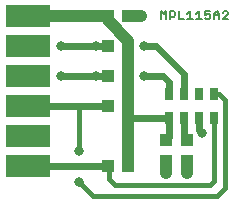
<source format=gtl>
G75*
%MOIN*%
%OFA0B0*%
%FSLAX25Y25*%
%IPPOS*%
%LPD*%
%AMOC8*
5,1,8,0,0,1.08239X$1,22.5*
%
%ADD10C,0.00500*%
%ADD11R,0.04252X0.04134*%
%ADD12R,0.04134X0.04252*%
%ADD13R,0.15000X0.07600*%
%ADD14R,0.02500X0.04000*%
%ADD15R,0.03937X0.04331*%
%ADD16C,0.03175*%
%ADD17C,0.04000*%
%ADD18C,0.02400*%
%ADD19C,0.01600*%
D10*
X0064750Y0065811D02*
X0064750Y0068513D01*
X0065651Y0067612D01*
X0066552Y0068513D01*
X0066552Y0065811D01*
X0067697Y0065811D02*
X0067697Y0068513D01*
X0069048Y0068513D01*
X0069498Y0068063D01*
X0069498Y0067162D01*
X0069048Y0066711D01*
X0067697Y0066711D01*
X0070643Y0065811D02*
X0072445Y0065811D01*
X0073590Y0065811D02*
X0075391Y0065811D01*
X0074490Y0065811D02*
X0074490Y0068513D01*
X0073590Y0067612D01*
X0076536Y0067612D02*
X0077437Y0068513D01*
X0077437Y0065811D01*
X0076536Y0065811D02*
X0078338Y0065811D01*
X0079483Y0066261D02*
X0079933Y0065811D01*
X0080834Y0065811D01*
X0081284Y0066261D01*
X0081284Y0067162D01*
X0080834Y0067612D01*
X0080383Y0067612D01*
X0079483Y0067162D01*
X0079483Y0068513D01*
X0081284Y0068513D01*
X0082429Y0067612D02*
X0083330Y0068513D01*
X0084231Y0067612D01*
X0084231Y0065811D01*
X0085376Y0065811D02*
X0087177Y0067612D01*
X0087177Y0068063D01*
X0086727Y0068513D01*
X0085826Y0068513D01*
X0085376Y0068063D01*
X0084231Y0067162D02*
X0082429Y0067162D01*
X0082429Y0067612D02*
X0082429Y0065811D01*
X0085376Y0065811D02*
X0087177Y0065811D01*
X0070643Y0065811D02*
X0070643Y0068513D01*
D11*
X0073500Y0025506D03*
X0066500Y0025506D03*
X0066500Y0018616D03*
X0073500Y0018616D03*
D12*
X0053945Y0067061D03*
X0047055Y0067061D03*
D13*
X0020500Y0017061D03*
X0020500Y0027061D03*
X0020500Y0037061D03*
X0020500Y0047061D03*
X0020500Y0057061D03*
X0020500Y0067061D03*
D14*
X0067500Y0041061D03*
X0072500Y0041061D03*
X0077500Y0041061D03*
X0082500Y0041061D03*
X0082500Y0033061D03*
X0077500Y0033061D03*
X0072500Y0033061D03*
X0067500Y0033061D03*
D15*
X0053846Y0037061D03*
X0047154Y0037061D03*
X0047154Y0047061D03*
X0053846Y0047061D03*
X0053846Y0057061D03*
X0047154Y0057061D03*
X0047154Y0017061D03*
X0053846Y0017061D03*
D16*
X0066500Y0014561D03*
X0073500Y0014561D03*
X0078500Y0028061D03*
X0059000Y0047061D03*
X0059000Y0057061D03*
X0058000Y0067061D03*
X0043000Y0057061D03*
X0031500Y0057061D03*
X0031500Y0047061D03*
X0043000Y0047061D03*
X0037500Y0022061D03*
X0037500Y0011561D03*
D17*
X0053846Y0017061D02*
X0053846Y0033061D01*
X0053846Y0037061D01*
X0053846Y0047061D01*
X0053846Y0057061D01*
X0053846Y0058714D01*
X0047055Y0065506D01*
X0047055Y0067061D01*
X0020500Y0067061D01*
X0053945Y0067061D02*
X0058000Y0067061D01*
X0066500Y0018616D02*
X0066500Y0014561D01*
X0073500Y0014561D02*
X0073500Y0018616D01*
D18*
X0072500Y0026506D02*
X0072500Y0033061D01*
X0077500Y0033061D02*
X0077500Y0029061D01*
X0078500Y0028061D01*
X0067500Y0026506D02*
X0067500Y0033061D01*
X0053846Y0033061D01*
X0047154Y0037061D02*
X0037000Y0037061D01*
X0020500Y0037061D01*
X0031500Y0047061D02*
X0043000Y0047061D01*
X0047154Y0047061D01*
X0059000Y0047061D02*
X0065500Y0047061D01*
X0067500Y0045061D01*
X0067500Y0041061D01*
X0072500Y0041061D02*
X0072500Y0047561D01*
X0063000Y0057061D01*
X0059000Y0057061D01*
X0047154Y0057061D02*
X0043000Y0057061D01*
X0031500Y0057061D01*
X0020500Y0017061D02*
X0047154Y0017061D01*
D19*
X0047500Y0016714D01*
X0047500Y0012561D01*
X0049500Y0010561D01*
X0081000Y0010561D01*
X0082500Y0012061D01*
X0082500Y0033061D01*
X0086000Y0039061D02*
X0086000Y0009561D01*
X0083500Y0007061D01*
X0042000Y0007061D01*
X0037500Y0011561D01*
X0037500Y0022061D02*
X0037500Y0036561D01*
X0037000Y0037061D01*
X0066500Y0025506D02*
X0067500Y0026506D01*
X0072500Y0026506D02*
X0073500Y0025506D01*
X0086000Y0039061D02*
X0084000Y0041061D01*
X0082500Y0041061D01*
M02*

</source>
